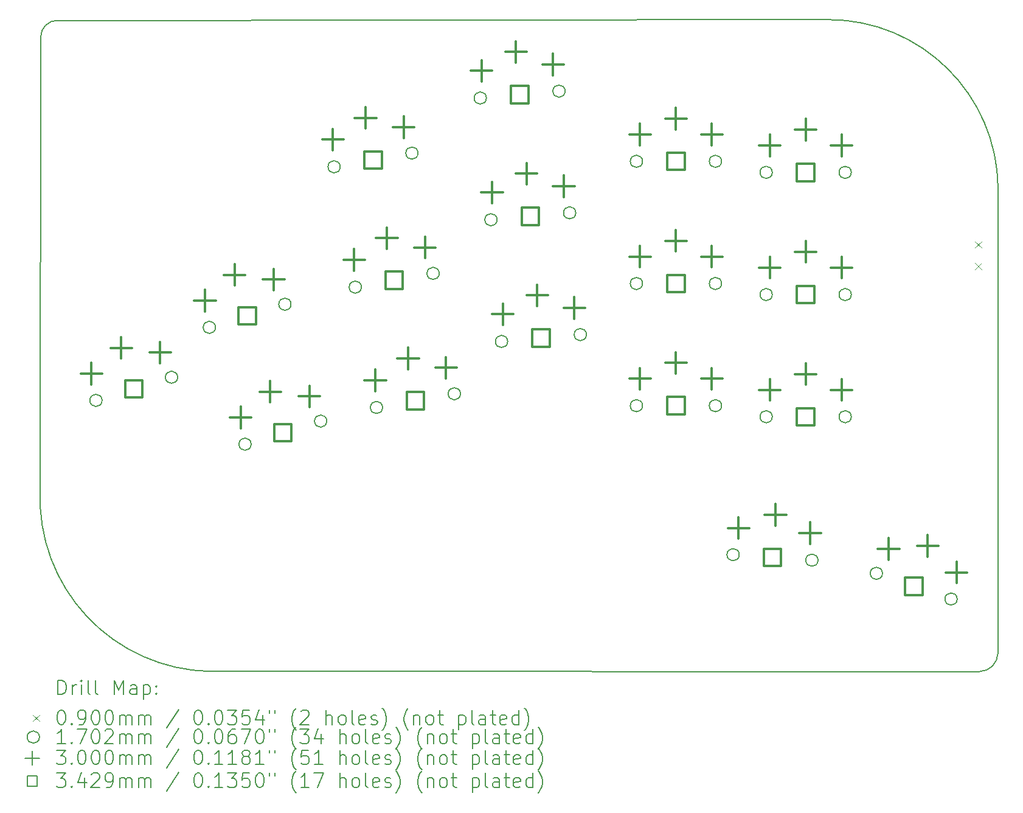
<source format=gbr>
%FSLAX45Y45*%
G04 Gerber Fmt 4.5, Leading zero omitted, Abs format (unit mm)*
G04 Created by KiCad (PCBNEW (6.0.4-0)) date 2022-06-10 10:13:33*
%MOMM*%
%LPD*%
G01*
G04 APERTURE LIST*
%TA.AperFunction,Profile*%
%ADD10C,0.150000*%
%TD*%
%ADD11C,0.200000*%
%ADD12C,0.090000*%
%ADD13C,0.170180*%
%ADD14C,0.300000*%
%ADD15C,0.342900*%
G04 APERTURE END LIST*
D10*
X13637800Y12447790D02*
X2904845Y12436755D01*
X2667000Y5892800D02*
X2676245Y12208155D01*
X16002000Y10109200D02*
G75*
G03*
X13637800Y12447790I-2364200J-25750D01*
G01*
X2667000Y5892800D02*
G75*
G03*
X5029200Y3379408I2415551J-96503D01*
G01*
X15742673Y3376991D02*
G75*
G03*
X16000102Y3632200I-3153J260619D01*
G01*
X16000102Y3632200D02*
X16002000Y10109200D01*
X15742673Y3376992D02*
X5029200Y3379408D01*
X2904845Y12436755D02*
G75*
G03*
X2676245Y12208155I0J-228600D01*
G01*
D11*
D12*
X15681900Y9360800D02*
X15771900Y9270800D01*
X15771900Y9360800D02*
X15681900Y9270800D01*
X15681900Y9060800D02*
X15771900Y8970800D01*
X15771900Y9060800D02*
X15681900Y8970800D01*
D13*
X3529287Y7149860D02*
G75*
G03*
X3529287Y7149860I-85090J0D01*
G01*
X4581222Y7471469D02*
G75*
G03*
X4581222Y7471469I-85090J0D01*
G01*
X5107762Y8166161D02*
G75*
G03*
X5107762Y8166161I-85090J0D01*
G01*
X5604794Y6540443D02*
G75*
G03*
X5604794Y6540443I-85090J0D01*
G01*
X6159697Y8487770D02*
G75*
G03*
X6159697Y8487770I-85090J0D01*
G01*
X6656729Y6862051D02*
G75*
G03*
X6656729Y6862051I-85090J0D01*
G01*
X6844198Y10399777D02*
G75*
G03*
X6844198Y10399777I-85090J0D01*
G01*
X7139399Y8725603D02*
G75*
G03*
X7139399Y8725603I-85090J0D01*
G01*
X7434601Y7051430D02*
G75*
G03*
X7434601Y7051430I-85090J0D01*
G01*
X7927486Y10590790D02*
G75*
G03*
X7927486Y10590790I-85090J0D01*
G01*
X8222688Y8916616D02*
G75*
G03*
X8222688Y8916616I-85090J0D01*
G01*
X8517890Y7242443D02*
G75*
G03*
X8517890Y7242443I-85090J0D01*
G01*
X8879532Y11357012D02*
G75*
G03*
X8879532Y11357012I-85090J0D01*
G01*
X9027696Y9663481D02*
G75*
G03*
X9027696Y9663481I-85090J0D01*
G01*
X9175861Y7969950D02*
G75*
G03*
X9175861Y7969950I-85090J0D01*
G01*
X9975346Y11452883D02*
G75*
G03*
X9975346Y11452883I-85090J0D01*
G01*
X10123510Y9759352D02*
G75*
G03*
X10123510Y9759352I-85090J0D01*
G01*
X10271675Y8065821D02*
G75*
G03*
X10271675Y8065821I-85090J0D01*
G01*
X11052799Y10476102D02*
G75*
G03*
X11052799Y10476102I-85090J0D01*
G01*
X11052799Y8776102D02*
G75*
G03*
X11052799Y8776102I-85090J0D01*
G01*
X11052799Y7076102D02*
G75*
G03*
X11052799Y7076102I-85090J0D01*
G01*
X12152799Y10476102D02*
G75*
G03*
X12152799Y10476102I-85090J0D01*
G01*
X12152799Y8776102D02*
G75*
G03*
X12152799Y8776102I-85090J0D01*
G01*
X12152799Y7076102D02*
G75*
G03*
X12152799Y7076102I-85090J0D01*
G01*
X12398539Y5003211D02*
G75*
G03*
X12398539Y5003211I-85090J0D01*
G01*
X12859345Y10322300D02*
G75*
G03*
X12859345Y10322300I-85090J0D01*
G01*
X12859345Y8622300D02*
G75*
G03*
X12859345Y8622300I-85090J0D01*
G01*
X12859345Y6922300D02*
G75*
G03*
X12859345Y6922300I-85090J0D01*
G01*
X13495859Y4926479D02*
G75*
G03*
X13495859Y4926479I-85090J0D01*
G01*
X13959345Y10322300D02*
G75*
G03*
X13959345Y10322300I-85090J0D01*
G01*
X13959345Y8622300D02*
G75*
G03*
X13959345Y8622300I-85090J0D01*
G01*
X13959345Y6922300D02*
G75*
G03*
X13959345Y6922300I-85090J0D01*
G01*
X14393378Y4743877D02*
G75*
G03*
X14393378Y4743877I-85090J0D01*
G01*
X15433448Y4385752D02*
G75*
G03*
X15433448Y4385752I-85090J0D01*
G01*
D14*
X3382372Y7673093D02*
X3382372Y7373093D01*
X3232372Y7523093D02*
X3532372Y7523093D01*
X3796203Y8029666D02*
X3796203Y7729666D01*
X3646203Y7879666D02*
X3946203Y7879666D01*
X4338677Y7965465D02*
X4338677Y7665465D01*
X4188677Y7815465D02*
X4488677Y7815465D01*
X4960848Y8689394D02*
X4960848Y8389394D01*
X4810848Y8539394D02*
X5110848Y8539394D01*
X5374678Y9045967D02*
X5374678Y8745967D01*
X5224678Y8895967D02*
X5524678Y8895967D01*
X5457880Y7063675D02*
X5457880Y6763675D01*
X5307880Y6913675D02*
X5607880Y6913675D01*
X5871710Y7420248D02*
X5871710Y7120248D01*
X5721710Y7270248D02*
X6021710Y7270248D01*
X5917152Y8981765D02*
X5917152Y8681765D01*
X5767152Y8831765D02*
X6067152Y8831765D01*
X6414184Y7356047D02*
X6414184Y7056047D01*
X6264184Y7206047D02*
X6564184Y7206047D01*
X6743230Y10927762D02*
X6743230Y10627762D01*
X6593230Y10777762D02*
X6893230Y10777762D01*
X7038432Y9253589D02*
X7038432Y8953589D01*
X6888432Y9103589D02*
X7188432Y9103589D01*
X7197431Y11231244D02*
X7197431Y10931244D01*
X7047431Y11081244D02*
X7347431Y11081244D01*
X7333634Y7579415D02*
X7333634Y7279415D01*
X7183634Y7429415D02*
X7483634Y7429415D01*
X7492633Y9557070D02*
X7492633Y9257070D01*
X7342633Y9407070D02*
X7642633Y9407070D01*
X7728038Y11101410D02*
X7728038Y10801410D01*
X7578038Y10951410D02*
X7878038Y10951410D01*
X7787835Y7882897D02*
X7787835Y7582897D01*
X7637835Y7732897D02*
X7937835Y7732897D01*
X8023240Y9427237D02*
X8023240Y9127237D01*
X7873240Y9277237D02*
X8173240Y9277237D01*
X8318441Y7753063D02*
X8318441Y7453063D01*
X8168441Y7603063D02*
X8468442Y7603063D01*
X8811568Y11884943D02*
X8811568Y11584943D01*
X8661568Y11734943D02*
X8961568Y11734943D01*
X8959733Y10191412D02*
X8959733Y9891412D01*
X8809733Y10041412D02*
X9109733Y10041412D01*
X9107897Y8497881D02*
X9107897Y8197881D01*
X8957897Y8347881D02*
X9257897Y8347881D01*
X9290491Y12147683D02*
X9290491Y11847683D01*
X9140491Y11997683D02*
X9440491Y11997683D01*
X9438656Y10454153D02*
X9438656Y10154153D01*
X9288656Y10304153D02*
X9588656Y10304153D01*
X9586820Y8760622D02*
X9586820Y8460622D01*
X9436820Y8610622D02*
X9736820Y8610622D01*
X9807763Y11972098D02*
X9807763Y11672098D01*
X9657763Y11822098D02*
X9957763Y11822098D01*
X9955927Y10278568D02*
X9955927Y9978568D01*
X9805927Y10128568D02*
X10105927Y10128568D01*
X10104092Y8585037D02*
X10104092Y8285036D01*
X9954092Y8435037D02*
X10254092Y8435037D01*
X11017709Y11001102D02*
X11017709Y10701102D01*
X10867709Y10851102D02*
X11167709Y10851102D01*
X11017709Y9301102D02*
X11017709Y9001102D01*
X10867709Y9151102D02*
X11167709Y9151102D01*
X11017709Y7601102D02*
X11017709Y7301102D01*
X10867709Y7451102D02*
X11167709Y7451102D01*
X11517709Y11221102D02*
X11517709Y10921102D01*
X11367709Y11071102D02*
X11667709Y11071102D01*
X11517709Y9521102D02*
X11517709Y9221102D01*
X11367709Y9371102D02*
X11667709Y9371102D01*
X11517709Y7821102D02*
X11517709Y7521102D01*
X11367709Y7671102D02*
X11667709Y7671102D01*
X12017709Y11001102D02*
X12017709Y10701102D01*
X11867709Y10851102D02*
X12167709Y10851102D01*
X12017709Y9301102D02*
X12017709Y9001102D01*
X11867709Y9151102D02*
X12167709Y9151102D01*
X12017709Y7601102D02*
X12017709Y7301102D01*
X11867709Y7451102D02*
X12167709Y7451102D01*
X12389486Y5523810D02*
X12389486Y5223810D01*
X12239486Y5373810D02*
X12539486Y5373810D01*
X12824255Y10847300D02*
X12824255Y10547300D01*
X12674255Y10697300D02*
X12974255Y10697300D01*
X12824255Y9147300D02*
X12824255Y8847300D01*
X12674255Y8997300D02*
X12974255Y8997300D01*
X12824255Y7447300D02*
X12824255Y7147300D01*
X12674255Y7297300D02*
X12974255Y7297300D01*
X12903614Y5708396D02*
X12903614Y5408396D01*
X12753614Y5558396D02*
X13053614Y5558396D01*
X13324255Y11067300D02*
X13324255Y10767300D01*
X13174255Y10917300D02*
X13474255Y10917300D01*
X13324255Y9367300D02*
X13324255Y9067300D01*
X13174255Y9217300D02*
X13474255Y9217300D01*
X13324255Y7667300D02*
X13324255Y7367300D01*
X13174255Y7517300D02*
X13474255Y7517300D01*
X13387050Y5454053D02*
X13387050Y5154053D01*
X13237050Y5304053D02*
X13537050Y5304053D01*
X13824255Y10847300D02*
X13824255Y10547300D01*
X13674255Y10697300D02*
X13974255Y10697300D01*
X13824255Y9147300D02*
X13824255Y8847300D01*
X13674255Y8997300D02*
X13974255Y8997300D01*
X13824255Y7447300D02*
X13824255Y7147300D01*
X13674255Y7297300D02*
X13974255Y7297300D01*
X14477652Y5232168D02*
X14477652Y4932168D01*
X14327652Y5082168D02*
X14627652Y5082168D01*
X15022036Y5277398D02*
X15022036Y4977398D01*
X14872036Y5127398D02*
X15172036Y5127398D01*
X15423171Y4906600D02*
X15423171Y4606600D01*
X15273171Y4756600D02*
X15573171Y4756600D01*
D15*
X4091399Y7189430D02*
X4091399Y7431899D01*
X3848930Y7431899D01*
X3848930Y7189430D01*
X4091399Y7189430D01*
X5669874Y8205731D02*
X5669874Y8448200D01*
X5427405Y8448200D01*
X5427405Y8205731D01*
X5669874Y8205731D01*
X6166906Y6580012D02*
X6166906Y6822482D01*
X5924437Y6822482D01*
X5924437Y6580012D01*
X6166906Y6580012D01*
X7421986Y10374048D02*
X7421986Y10616518D01*
X7179517Y10616518D01*
X7179517Y10374048D01*
X7421986Y10374048D01*
X7717188Y8699875D02*
X7717188Y8942344D01*
X7474719Y8942344D01*
X7474719Y8699875D01*
X7717188Y8699875D01*
X8012390Y7025702D02*
X8012390Y7268171D01*
X7769921Y7268171D01*
X7769921Y7025702D01*
X8012390Y7025702D01*
X9463583Y11283713D02*
X9463583Y11526182D01*
X9221114Y11526182D01*
X9221114Y11283713D01*
X9463583Y11283713D01*
X9611748Y9590182D02*
X9611748Y9832651D01*
X9369279Y9832651D01*
X9369279Y9590182D01*
X9611748Y9590182D01*
X9759913Y7896651D02*
X9759913Y8139120D01*
X9517444Y8139120D01*
X9517444Y7896651D01*
X9759913Y7896651D01*
X11638943Y10354867D02*
X11638943Y10597336D01*
X11396474Y10597336D01*
X11396474Y10354867D01*
X11638943Y10354867D01*
X11638943Y8654867D02*
X11638943Y8897336D01*
X11396474Y8897336D01*
X11396474Y8654867D01*
X11638943Y8654867D01*
X11638943Y6954867D02*
X11638943Y7197336D01*
X11396474Y7197336D01*
X11396474Y6954867D01*
X11638943Y6954867D01*
X12983344Y4843611D02*
X12983344Y5086080D01*
X12740874Y5086080D01*
X12740874Y4843611D01*
X12983344Y4843611D01*
X13445489Y10201065D02*
X13445489Y10443535D01*
X13203020Y10443535D01*
X13203020Y10201065D01*
X13445489Y10201065D01*
X13445489Y8501065D02*
X13445489Y8743535D01*
X13203020Y8743535D01*
X13203020Y8501065D01*
X13445489Y8501065D01*
X13445489Y6801065D02*
X13445489Y7043535D01*
X13203020Y7043535D01*
X13203020Y6801065D01*
X13445489Y6801065D01*
X14949558Y4443580D02*
X14949558Y4686049D01*
X14707089Y4686049D01*
X14707089Y4443580D01*
X14949558Y4443580D01*
D11*
X2915192Y3059016D02*
X2915192Y3259016D01*
X2962811Y3259016D01*
X2991383Y3249492D01*
X3010430Y3230444D01*
X3019954Y3211397D01*
X3029478Y3173301D01*
X3029478Y3144730D01*
X3019954Y3106635D01*
X3010430Y3087587D01*
X2991383Y3068539D01*
X2962811Y3059016D01*
X2915192Y3059016D01*
X3115192Y3059016D02*
X3115192Y3192349D01*
X3115192Y3154254D02*
X3124716Y3173301D01*
X3134240Y3182825D01*
X3153287Y3192349D01*
X3172335Y3192349D01*
X3239002Y3059016D02*
X3239002Y3192349D01*
X3239002Y3259016D02*
X3229478Y3249492D01*
X3239002Y3239968D01*
X3248526Y3249492D01*
X3239002Y3259016D01*
X3239002Y3239968D01*
X3362811Y3059016D02*
X3343764Y3068539D01*
X3334240Y3087587D01*
X3334240Y3259016D01*
X3467573Y3059016D02*
X3448526Y3068539D01*
X3439002Y3087587D01*
X3439002Y3259016D01*
X3696145Y3059016D02*
X3696145Y3259016D01*
X3762811Y3116158D01*
X3829478Y3259016D01*
X3829478Y3059016D01*
X4010430Y3059016D02*
X4010430Y3163778D01*
X4000907Y3182825D01*
X3981859Y3192349D01*
X3943764Y3192349D01*
X3924716Y3182825D01*
X4010430Y3068539D02*
X3991383Y3059016D01*
X3943764Y3059016D01*
X3924716Y3068539D01*
X3915192Y3087587D01*
X3915192Y3106635D01*
X3924716Y3125682D01*
X3943764Y3135206D01*
X3991383Y3135206D01*
X4010430Y3144730D01*
X4105668Y3192349D02*
X4105668Y2992349D01*
X4105668Y3182825D02*
X4124716Y3192349D01*
X4162811Y3192349D01*
X4181859Y3182825D01*
X4191383Y3173301D01*
X4200907Y3154254D01*
X4200907Y3097111D01*
X4191383Y3078063D01*
X4181859Y3068539D01*
X4162811Y3059016D01*
X4124716Y3059016D01*
X4105668Y3068539D01*
X4286621Y3078063D02*
X4296145Y3068539D01*
X4286621Y3059016D01*
X4277097Y3068539D01*
X4286621Y3078063D01*
X4286621Y3059016D01*
X4286621Y3182825D02*
X4296145Y3173301D01*
X4286621Y3163778D01*
X4277097Y3173301D01*
X4286621Y3182825D01*
X4286621Y3163778D01*
D12*
X2567573Y2774492D02*
X2657573Y2684492D01*
X2657573Y2774492D02*
X2567573Y2684492D01*
D11*
X2953287Y2839016D02*
X2972335Y2839016D01*
X2991383Y2829492D01*
X3000907Y2819968D01*
X3010430Y2800920D01*
X3019954Y2762825D01*
X3019954Y2715206D01*
X3010430Y2677111D01*
X3000907Y2658063D01*
X2991383Y2648540D01*
X2972335Y2639016D01*
X2953287Y2639016D01*
X2934240Y2648540D01*
X2924716Y2658063D01*
X2915192Y2677111D01*
X2905668Y2715206D01*
X2905668Y2762825D01*
X2915192Y2800920D01*
X2924716Y2819968D01*
X2934240Y2829492D01*
X2953287Y2839016D01*
X3105668Y2658063D02*
X3115192Y2648540D01*
X3105668Y2639016D01*
X3096145Y2648540D01*
X3105668Y2658063D01*
X3105668Y2639016D01*
X3210430Y2639016D02*
X3248526Y2639016D01*
X3267573Y2648540D01*
X3277097Y2658063D01*
X3296145Y2686635D01*
X3305668Y2724730D01*
X3305668Y2800920D01*
X3296145Y2819968D01*
X3286621Y2829492D01*
X3267573Y2839016D01*
X3229478Y2839016D01*
X3210430Y2829492D01*
X3200907Y2819968D01*
X3191383Y2800920D01*
X3191383Y2753301D01*
X3200907Y2734254D01*
X3210430Y2724730D01*
X3229478Y2715206D01*
X3267573Y2715206D01*
X3286621Y2724730D01*
X3296145Y2734254D01*
X3305668Y2753301D01*
X3429478Y2839016D02*
X3448526Y2839016D01*
X3467573Y2829492D01*
X3477097Y2819968D01*
X3486621Y2800920D01*
X3496145Y2762825D01*
X3496145Y2715206D01*
X3486621Y2677111D01*
X3477097Y2658063D01*
X3467573Y2648540D01*
X3448526Y2639016D01*
X3429478Y2639016D01*
X3410430Y2648540D01*
X3400907Y2658063D01*
X3391383Y2677111D01*
X3381859Y2715206D01*
X3381859Y2762825D01*
X3391383Y2800920D01*
X3400907Y2819968D01*
X3410430Y2829492D01*
X3429478Y2839016D01*
X3619954Y2839016D02*
X3639002Y2839016D01*
X3658049Y2829492D01*
X3667573Y2819968D01*
X3677097Y2800920D01*
X3686621Y2762825D01*
X3686621Y2715206D01*
X3677097Y2677111D01*
X3667573Y2658063D01*
X3658049Y2648540D01*
X3639002Y2639016D01*
X3619954Y2639016D01*
X3600907Y2648540D01*
X3591383Y2658063D01*
X3581859Y2677111D01*
X3572335Y2715206D01*
X3572335Y2762825D01*
X3581859Y2800920D01*
X3591383Y2819968D01*
X3600907Y2829492D01*
X3619954Y2839016D01*
X3772335Y2639016D02*
X3772335Y2772349D01*
X3772335Y2753301D02*
X3781859Y2762825D01*
X3800907Y2772349D01*
X3829478Y2772349D01*
X3848526Y2762825D01*
X3858049Y2743778D01*
X3858049Y2639016D01*
X3858049Y2743778D02*
X3867573Y2762825D01*
X3886621Y2772349D01*
X3915192Y2772349D01*
X3934240Y2762825D01*
X3943764Y2743778D01*
X3943764Y2639016D01*
X4039002Y2639016D02*
X4039002Y2772349D01*
X4039002Y2753301D02*
X4048526Y2762825D01*
X4067573Y2772349D01*
X4096145Y2772349D01*
X4115192Y2762825D01*
X4124716Y2743778D01*
X4124716Y2639016D01*
X4124716Y2743778D02*
X4134240Y2762825D01*
X4153287Y2772349D01*
X4181859Y2772349D01*
X4200907Y2762825D01*
X4210430Y2743778D01*
X4210430Y2639016D01*
X4600907Y2848539D02*
X4429478Y2591397D01*
X4858049Y2839016D02*
X4877097Y2839016D01*
X4896145Y2829492D01*
X4905669Y2819968D01*
X4915192Y2800920D01*
X4924716Y2762825D01*
X4924716Y2715206D01*
X4915192Y2677111D01*
X4905669Y2658063D01*
X4896145Y2648540D01*
X4877097Y2639016D01*
X4858049Y2639016D01*
X4839002Y2648540D01*
X4829478Y2658063D01*
X4819954Y2677111D01*
X4810430Y2715206D01*
X4810430Y2762825D01*
X4819954Y2800920D01*
X4829478Y2819968D01*
X4839002Y2829492D01*
X4858049Y2839016D01*
X5010430Y2658063D02*
X5019954Y2648540D01*
X5010430Y2639016D01*
X5000907Y2648540D01*
X5010430Y2658063D01*
X5010430Y2639016D01*
X5143764Y2839016D02*
X5162811Y2839016D01*
X5181859Y2829492D01*
X5191383Y2819968D01*
X5200907Y2800920D01*
X5210430Y2762825D01*
X5210430Y2715206D01*
X5200907Y2677111D01*
X5191383Y2658063D01*
X5181859Y2648540D01*
X5162811Y2639016D01*
X5143764Y2639016D01*
X5124716Y2648540D01*
X5115192Y2658063D01*
X5105669Y2677111D01*
X5096145Y2715206D01*
X5096145Y2762825D01*
X5105669Y2800920D01*
X5115192Y2819968D01*
X5124716Y2829492D01*
X5143764Y2839016D01*
X5277097Y2839016D02*
X5400907Y2839016D01*
X5334240Y2762825D01*
X5362811Y2762825D01*
X5381859Y2753301D01*
X5391383Y2743778D01*
X5400907Y2724730D01*
X5400907Y2677111D01*
X5391383Y2658063D01*
X5381859Y2648540D01*
X5362811Y2639016D01*
X5305669Y2639016D01*
X5286621Y2648540D01*
X5277097Y2658063D01*
X5581859Y2839016D02*
X5486621Y2839016D01*
X5477097Y2743778D01*
X5486621Y2753301D01*
X5505669Y2762825D01*
X5553288Y2762825D01*
X5572335Y2753301D01*
X5581859Y2743778D01*
X5591383Y2724730D01*
X5591383Y2677111D01*
X5581859Y2658063D01*
X5572335Y2648540D01*
X5553288Y2639016D01*
X5505669Y2639016D01*
X5486621Y2648540D01*
X5477097Y2658063D01*
X5762811Y2772349D02*
X5762811Y2639016D01*
X5715192Y2848539D02*
X5667573Y2705682D01*
X5791383Y2705682D01*
X5858049Y2839016D02*
X5858049Y2800920D01*
X5934240Y2839016D02*
X5934240Y2800920D01*
X6229478Y2562825D02*
X6219954Y2572349D01*
X6200907Y2600920D01*
X6191383Y2619968D01*
X6181859Y2648540D01*
X6172335Y2696159D01*
X6172335Y2734254D01*
X6181859Y2781873D01*
X6191383Y2810444D01*
X6200907Y2829492D01*
X6219954Y2858063D01*
X6229478Y2867587D01*
X6296145Y2819968D02*
X6305668Y2829492D01*
X6324716Y2839016D01*
X6372335Y2839016D01*
X6391383Y2829492D01*
X6400907Y2819968D01*
X6410430Y2800920D01*
X6410430Y2781873D01*
X6400907Y2753301D01*
X6286621Y2639016D01*
X6410430Y2639016D01*
X6648526Y2639016D02*
X6648526Y2839016D01*
X6734240Y2639016D02*
X6734240Y2743778D01*
X6724716Y2762825D01*
X6705668Y2772349D01*
X6677097Y2772349D01*
X6658049Y2762825D01*
X6648526Y2753301D01*
X6858049Y2639016D02*
X6839002Y2648540D01*
X6829478Y2658063D01*
X6819954Y2677111D01*
X6819954Y2734254D01*
X6829478Y2753301D01*
X6839002Y2762825D01*
X6858049Y2772349D01*
X6886621Y2772349D01*
X6905668Y2762825D01*
X6915192Y2753301D01*
X6924716Y2734254D01*
X6924716Y2677111D01*
X6915192Y2658063D01*
X6905668Y2648540D01*
X6886621Y2639016D01*
X6858049Y2639016D01*
X7039002Y2639016D02*
X7019954Y2648540D01*
X7010430Y2667587D01*
X7010430Y2839016D01*
X7191383Y2648540D02*
X7172335Y2639016D01*
X7134240Y2639016D01*
X7115192Y2648540D01*
X7105668Y2667587D01*
X7105668Y2743778D01*
X7115192Y2762825D01*
X7134240Y2772349D01*
X7172335Y2772349D01*
X7191383Y2762825D01*
X7200907Y2743778D01*
X7200907Y2724730D01*
X7105668Y2705682D01*
X7277097Y2648540D02*
X7296145Y2639016D01*
X7334240Y2639016D01*
X7353287Y2648540D01*
X7362811Y2667587D01*
X7362811Y2677111D01*
X7353287Y2696159D01*
X7334240Y2705682D01*
X7305668Y2705682D01*
X7286621Y2715206D01*
X7277097Y2734254D01*
X7277097Y2743778D01*
X7286621Y2762825D01*
X7305668Y2772349D01*
X7334240Y2772349D01*
X7353287Y2762825D01*
X7429478Y2562825D02*
X7439002Y2572349D01*
X7458049Y2600920D01*
X7467573Y2619968D01*
X7477097Y2648540D01*
X7486621Y2696159D01*
X7486621Y2734254D01*
X7477097Y2781873D01*
X7467573Y2810444D01*
X7458049Y2829492D01*
X7439002Y2858063D01*
X7429478Y2867587D01*
X7791383Y2562825D02*
X7781859Y2572349D01*
X7762811Y2600920D01*
X7753287Y2619968D01*
X7743764Y2648540D01*
X7734240Y2696159D01*
X7734240Y2734254D01*
X7743764Y2781873D01*
X7753287Y2810444D01*
X7762811Y2829492D01*
X7781859Y2858063D01*
X7791383Y2867587D01*
X7867573Y2772349D02*
X7867573Y2639016D01*
X7867573Y2753301D02*
X7877097Y2762825D01*
X7896145Y2772349D01*
X7924716Y2772349D01*
X7943764Y2762825D01*
X7953287Y2743778D01*
X7953287Y2639016D01*
X8077097Y2639016D02*
X8058049Y2648540D01*
X8048526Y2658063D01*
X8039002Y2677111D01*
X8039002Y2734254D01*
X8048526Y2753301D01*
X8058049Y2762825D01*
X8077097Y2772349D01*
X8105668Y2772349D01*
X8124716Y2762825D01*
X8134240Y2753301D01*
X8143764Y2734254D01*
X8143764Y2677111D01*
X8134240Y2658063D01*
X8124716Y2648540D01*
X8105668Y2639016D01*
X8077097Y2639016D01*
X8200907Y2772349D02*
X8277097Y2772349D01*
X8229478Y2839016D02*
X8229478Y2667587D01*
X8239002Y2648540D01*
X8258049Y2639016D01*
X8277097Y2639016D01*
X8496145Y2772349D02*
X8496145Y2572349D01*
X8496145Y2762825D02*
X8515192Y2772349D01*
X8553288Y2772349D01*
X8572335Y2762825D01*
X8581859Y2753301D01*
X8591383Y2734254D01*
X8591383Y2677111D01*
X8581859Y2658063D01*
X8572335Y2648540D01*
X8553288Y2639016D01*
X8515192Y2639016D01*
X8496145Y2648540D01*
X8705669Y2639016D02*
X8686621Y2648540D01*
X8677097Y2667587D01*
X8677097Y2839016D01*
X8867573Y2639016D02*
X8867573Y2743778D01*
X8858049Y2762825D01*
X8839002Y2772349D01*
X8800907Y2772349D01*
X8781859Y2762825D01*
X8867573Y2648540D02*
X8848526Y2639016D01*
X8800907Y2639016D01*
X8781859Y2648540D01*
X8772335Y2667587D01*
X8772335Y2686635D01*
X8781859Y2705682D01*
X8800907Y2715206D01*
X8848526Y2715206D01*
X8867573Y2724730D01*
X8934240Y2772349D02*
X9010430Y2772349D01*
X8962811Y2839016D02*
X8962811Y2667587D01*
X8972335Y2648540D01*
X8991383Y2639016D01*
X9010430Y2639016D01*
X9153288Y2648540D02*
X9134240Y2639016D01*
X9096145Y2639016D01*
X9077097Y2648540D01*
X9067573Y2667587D01*
X9067573Y2743778D01*
X9077097Y2762825D01*
X9096145Y2772349D01*
X9134240Y2772349D01*
X9153288Y2762825D01*
X9162811Y2743778D01*
X9162811Y2724730D01*
X9067573Y2705682D01*
X9334240Y2639016D02*
X9334240Y2839016D01*
X9334240Y2648540D02*
X9315192Y2639016D01*
X9277097Y2639016D01*
X9258049Y2648540D01*
X9248526Y2658063D01*
X9239002Y2677111D01*
X9239002Y2734254D01*
X9248526Y2753301D01*
X9258049Y2762825D01*
X9277097Y2772349D01*
X9315192Y2772349D01*
X9334240Y2762825D01*
X9410430Y2562825D02*
X9419954Y2572349D01*
X9439002Y2600920D01*
X9448526Y2619968D01*
X9458049Y2648540D01*
X9467573Y2696159D01*
X9467573Y2734254D01*
X9458049Y2781873D01*
X9448526Y2810444D01*
X9439002Y2829492D01*
X9419954Y2858063D01*
X9410430Y2867587D01*
D13*
X2657573Y2465492D02*
G75*
G03*
X2657573Y2465492I-85090J0D01*
G01*
D11*
X3019954Y2375016D02*
X2905668Y2375016D01*
X2962811Y2375016D02*
X2962811Y2575016D01*
X2943764Y2546444D01*
X2924716Y2527397D01*
X2905668Y2517873D01*
X3105668Y2394063D02*
X3115192Y2384540D01*
X3105668Y2375016D01*
X3096145Y2384540D01*
X3105668Y2394063D01*
X3105668Y2375016D01*
X3181859Y2575016D02*
X3315192Y2575016D01*
X3229478Y2375016D01*
X3429478Y2575016D02*
X3448526Y2575016D01*
X3467573Y2565492D01*
X3477097Y2555968D01*
X3486621Y2536920D01*
X3496145Y2498825D01*
X3496145Y2451206D01*
X3486621Y2413111D01*
X3477097Y2394063D01*
X3467573Y2384540D01*
X3448526Y2375016D01*
X3429478Y2375016D01*
X3410430Y2384540D01*
X3400907Y2394063D01*
X3391383Y2413111D01*
X3381859Y2451206D01*
X3381859Y2498825D01*
X3391383Y2536920D01*
X3400907Y2555968D01*
X3410430Y2565492D01*
X3429478Y2575016D01*
X3572335Y2555968D02*
X3581859Y2565492D01*
X3600907Y2575016D01*
X3648526Y2575016D01*
X3667573Y2565492D01*
X3677097Y2555968D01*
X3686621Y2536920D01*
X3686621Y2517873D01*
X3677097Y2489301D01*
X3562811Y2375016D01*
X3686621Y2375016D01*
X3772335Y2375016D02*
X3772335Y2508349D01*
X3772335Y2489301D02*
X3781859Y2498825D01*
X3800907Y2508349D01*
X3829478Y2508349D01*
X3848526Y2498825D01*
X3858049Y2479778D01*
X3858049Y2375016D01*
X3858049Y2479778D02*
X3867573Y2498825D01*
X3886621Y2508349D01*
X3915192Y2508349D01*
X3934240Y2498825D01*
X3943764Y2479778D01*
X3943764Y2375016D01*
X4039002Y2375016D02*
X4039002Y2508349D01*
X4039002Y2489301D02*
X4048526Y2498825D01*
X4067573Y2508349D01*
X4096145Y2508349D01*
X4115192Y2498825D01*
X4124716Y2479778D01*
X4124716Y2375016D01*
X4124716Y2479778D02*
X4134240Y2498825D01*
X4153287Y2508349D01*
X4181859Y2508349D01*
X4200907Y2498825D01*
X4210430Y2479778D01*
X4210430Y2375016D01*
X4600907Y2584540D02*
X4429478Y2327397D01*
X4858049Y2575016D02*
X4877097Y2575016D01*
X4896145Y2565492D01*
X4905669Y2555968D01*
X4915192Y2536920D01*
X4924716Y2498825D01*
X4924716Y2451206D01*
X4915192Y2413111D01*
X4905669Y2394063D01*
X4896145Y2384540D01*
X4877097Y2375016D01*
X4858049Y2375016D01*
X4839002Y2384540D01*
X4829478Y2394063D01*
X4819954Y2413111D01*
X4810430Y2451206D01*
X4810430Y2498825D01*
X4819954Y2536920D01*
X4829478Y2555968D01*
X4839002Y2565492D01*
X4858049Y2575016D01*
X5010430Y2394063D02*
X5019954Y2384540D01*
X5010430Y2375016D01*
X5000907Y2384540D01*
X5010430Y2394063D01*
X5010430Y2375016D01*
X5143764Y2575016D02*
X5162811Y2575016D01*
X5181859Y2565492D01*
X5191383Y2555968D01*
X5200907Y2536920D01*
X5210430Y2498825D01*
X5210430Y2451206D01*
X5200907Y2413111D01*
X5191383Y2394063D01*
X5181859Y2384540D01*
X5162811Y2375016D01*
X5143764Y2375016D01*
X5124716Y2384540D01*
X5115192Y2394063D01*
X5105669Y2413111D01*
X5096145Y2451206D01*
X5096145Y2498825D01*
X5105669Y2536920D01*
X5115192Y2555968D01*
X5124716Y2565492D01*
X5143764Y2575016D01*
X5381859Y2575016D02*
X5343764Y2575016D01*
X5324716Y2565492D01*
X5315192Y2555968D01*
X5296145Y2527397D01*
X5286621Y2489301D01*
X5286621Y2413111D01*
X5296145Y2394063D01*
X5305669Y2384540D01*
X5324716Y2375016D01*
X5362811Y2375016D01*
X5381859Y2384540D01*
X5391383Y2394063D01*
X5400907Y2413111D01*
X5400907Y2460730D01*
X5391383Y2479778D01*
X5381859Y2489301D01*
X5362811Y2498825D01*
X5324716Y2498825D01*
X5305669Y2489301D01*
X5296145Y2479778D01*
X5286621Y2460730D01*
X5467573Y2575016D02*
X5600907Y2575016D01*
X5515192Y2375016D01*
X5715192Y2575016D02*
X5734240Y2575016D01*
X5753287Y2565492D01*
X5762811Y2555968D01*
X5772335Y2536920D01*
X5781859Y2498825D01*
X5781859Y2451206D01*
X5772335Y2413111D01*
X5762811Y2394063D01*
X5753287Y2384540D01*
X5734240Y2375016D01*
X5715192Y2375016D01*
X5696145Y2384540D01*
X5686621Y2394063D01*
X5677097Y2413111D01*
X5667573Y2451206D01*
X5667573Y2498825D01*
X5677097Y2536920D01*
X5686621Y2555968D01*
X5696145Y2565492D01*
X5715192Y2575016D01*
X5858049Y2575016D02*
X5858049Y2536920D01*
X5934240Y2575016D02*
X5934240Y2536920D01*
X6229478Y2298825D02*
X6219954Y2308349D01*
X6200907Y2336920D01*
X6191383Y2355968D01*
X6181859Y2384540D01*
X6172335Y2432159D01*
X6172335Y2470254D01*
X6181859Y2517873D01*
X6191383Y2546444D01*
X6200907Y2565492D01*
X6219954Y2594063D01*
X6229478Y2603587D01*
X6286621Y2575016D02*
X6410430Y2575016D01*
X6343764Y2498825D01*
X6372335Y2498825D01*
X6391383Y2489301D01*
X6400907Y2479778D01*
X6410430Y2460730D01*
X6410430Y2413111D01*
X6400907Y2394063D01*
X6391383Y2384540D01*
X6372335Y2375016D01*
X6315192Y2375016D01*
X6296145Y2384540D01*
X6286621Y2394063D01*
X6581859Y2508349D02*
X6581859Y2375016D01*
X6534240Y2584540D02*
X6486621Y2441682D01*
X6610430Y2441682D01*
X6839002Y2375016D02*
X6839002Y2575016D01*
X6924716Y2375016D02*
X6924716Y2479778D01*
X6915192Y2498825D01*
X6896145Y2508349D01*
X6867573Y2508349D01*
X6848526Y2498825D01*
X6839002Y2489301D01*
X7048526Y2375016D02*
X7029478Y2384540D01*
X7019954Y2394063D01*
X7010430Y2413111D01*
X7010430Y2470254D01*
X7019954Y2489301D01*
X7029478Y2498825D01*
X7048526Y2508349D01*
X7077097Y2508349D01*
X7096145Y2498825D01*
X7105668Y2489301D01*
X7115192Y2470254D01*
X7115192Y2413111D01*
X7105668Y2394063D01*
X7096145Y2384540D01*
X7077097Y2375016D01*
X7048526Y2375016D01*
X7229478Y2375016D02*
X7210430Y2384540D01*
X7200907Y2403587D01*
X7200907Y2575016D01*
X7381859Y2384540D02*
X7362811Y2375016D01*
X7324716Y2375016D01*
X7305668Y2384540D01*
X7296145Y2403587D01*
X7296145Y2479778D01*
X7305668Y2498825D01*
X7324716Y2508349D01*
X7362811Y2508349D01*
X7381859Y2498825D01*
X7391383Y2479778D01*
X7391383Y2460730D01*
X7296145Y2441682D01*
X7467573Y2384540D02*
X7486621Y2375016D01*
X7524716Y2375016D01*
X7543764Y2384540D01*
X7553287Y2403587D01*
X7553287Y2413111D01*
X7543764Y2432159D01*
X7524716Y2441682D01*
X7496145Y2441682D01*
X7477097Y2451206D01*
X7467573Y2470254D01*
X7467573Y2479778D01*
X7477097Y2498825D01*
X7496145Y2508349D01*
X7524716Y2508349D01*
X7543764Y2498825D01*
X7619954Y2298825D02*
X7629478Y2308349D01*
X7648526Y2336920D01*
X7658049Y2355968D01*
X7667573Y2384540D01*
X7677097Y2432159D01*
X7677097Y2470254D01*
X7667573Y2517873D01*
X7658049Y2546444D01*
X7648526Y2565492D01*
X7629478Y2594063D01*
X7619954Y2603587D01*
X7981859Y2298825D02*
X7972335Y2308349D01*
X7953287Y2336920D01*
X7943764Y2355968D01*
X7934240Y2384540D01*
X7924716Y2432159D01*
X7924716Y2470254D01*
X7934240Y2517873D01*
X7943764Y2546444D01*
X7953287Y2565492D01*
X7972335Y2594063D01*
X7981859Y2603587D01*
X8058049Y2508349D02*
X8058049Y2375016D01*
X8058049Y2489301D02*
X8067573Y2498825D01*
X8086621Y2508349D01*
X8115192Y2508349D01*
X8134240Y2498825D01*
X8143764Y2479778D01*
X8143764Y2375016D01*
X8267573Y2375016D02*
X8248526Y2384540D01*
X8239002Y2394063D01*
X8229478Y2413111D01*
X8229478Y2470254D01*
X8239002Y2489301D01*
X8248526Y2498825D01*
X8267573Y2508349D01*
X8296145Y2508349D01*
X8315192Y2498825D01*
X8324716Y2489301D01*
X8334240Y2470254D01*
X8334240Y2413111D01*
X8324716Y2394063D01*
X8315192Y2384540D01*
X8296145Y2375016D01*
X8267573Y2375016D01*
X8391383Y2508349D02*
X8467573Y2508349D01*
X8419954Y2575016D02*
X8419954Y2403587D01*
X8429478Y2384540D01*
X8448526Y2375016D01*
X8467573Y2375016D01*
X8686621Y2508349D02*
X8686621Y2308349D01*
X8686621Y2498825D02*
X8705669Y2508349D01*
X8743764Y2508349D01*
X8762811Y2498825D01*
X8772335Y2489301D01*
X8781859Y2470254D01*
X8781859Y2413111D01*
X8772335Y2394063D01*
X8762811Y2384540D01*
X8743764Y2375016D01*
X8705669Y2375016D01*
X8686621Y2384540D01*
X8896145Y2375016D02*
X8877097Y2384540D01*
X8867573Y2403587D01*
X8867573Y2575016D01*
X9058049Y2375016D02*
X9058049Y2479778D01*
X9048526Y2498825D01*
X9029478Y2508349D01*
X8991383Y2508349D01*
X8972335Y2498825D01*
X9058049Y2384540D02*
X9039002Y2375016D01*
X8991383Y2375016D01*
X8972335Y2384540D01*
X8962811Y2403587D01*
X8962811Y2422635D01*
X8972335Y2441682D01*
X8991383Y2451206D01*
X9039002Y2451206D01*
X9058049Y2460730D01*
X9124716Y2508349D02*
X9200907Y2508349D01*
X9153288Y2575016D02*
X9153288Y2403587D01*
X9162811Y2384540D01*
X9181859Y2375016D01*
X9200907Y2375016D01*
X9343764Y2384540D02*
X9324716Y2375016D01*
X9286621Y2375016D01*
X9267573Y2384540D01*
X9258049Y2403587D01*
X9258049Y2479778D01*
X9267573Y2498825D01*
X9286621Y2508349D01*
X9324716Y2508349D01*
X9343764Y2498825D01*
X9353288Y2479778D01*
X9353288Y2460730D01*
X9258049Y2441682D01*
X9524716Y2375016D02*
X9524716Y2575016D01*
X9524716Y2384540D02*
X9505669Y2375016D01*
X9467573Y2375016D01*
X9448526Y2384540D01*
X9439002Y2394063D01*
X9429478Y2413111D01*
X9429478Y2470254D01*
X9439002Y2489301D01*
X9448526Y2498825D01*
X9467573Y2508349D01*
X9505669Y2508349D01*
X9524716Y2498825D01*
X9600907Y2298825D02*
X9610430Y2308349D01*
X9629478Y2336920D01*
X9639002Y2355968D01*
X9648526Y2384540D01*
X9658049Y2432159D01*
X9658049Y2470254D01*
X9648526Y2517873D01*
X9639002Y2546444D01*
X9629478Y2565492D01*
X9610430Y2594063D01*
X9600907Y2603587D01*
X2557573Y2275312D02*
X2557573Y2075312D01*
X2457573Y2175312D02*
X2657573Y2175312D01*
X2896145Y2284836D02*
X3019954Y2284836D01*
X2953287Y2208645D01*
X2981859Y2208645D01*
X3000907Y2199121D01*
X3010430Y2189598D01*
X3019954Y2170550D01*
X3019954Y2122931D01*
X3010430Y2103883D01*
X3000907Y2094359D01*
X2981859Y2084836D01*
X2924716Y2084836D01*
X2905668Y2094359D01*
X2896145Y2103883D01*
X3105668Y2103883D02*
X3115192Y2094359D01*
X3105668Y2084836D01*
X3096145Y2094359D01*
X3105668Y2103883D01*
X3105668Y2084836D01*
X3239002Y2284836D02*
X3258049Y2284836D01*
X3277097Y2275312D01*
X3286621Y2265788D01*
X3296145Y2246740D01*
X3305668Y2208645D01*
X3305668Y2161026D01*
X3296145Y2122931D01*
X3286621Y2103883D01*
X3277097Y2094359D01*
X3258049Y2084836D01*
X3239002Y2084836D01*
X3219954Y2094359D01*
X3210430Y2103883D01*
X3200907Y2122931D01*
X3191383Y2161026D01*
X3191383Y2208645D01*
X3200907Y2246740D01*
X3210430Y2265788D01*
X3219954Y2275312D01*
X3239002Y2284836D01*
X3429478Y2284836D02*
X3448526Y2284836D01*
X3467573Y2275312D01*
X3477097Y2265788D01*
X3486621Y2246740D01*
X3496145Y2208645D01*
X3496145Y2161026D01*
X3486621Y2122931D01*
X3477097Y2103883D01*
X3467573Y2094359D01*
X3448526Y2084836D01*
X3429478Y2084836D01*
X3410430Y2094359D01*
X3400907Y2103883D01*
X3391383Y2122931D01*
X3381859Y2161026D01*
X3381859Y2208645D01*
X3391383Y2246740D01*
X3400907Y2265788D01*
X3410430Y2275312D01*
X3429478Y2284836D01*
X3619954Y2284836D02*
X3639002Y2284836D01*
X3658049Y2275312D01*
X3667573Y2265788D01*
X3677097Y2246740D01*
X3686621Y2208645D01*
X3686621Y2161026D01*
X3677097Y2122931D01*
X3667573Y2103883D01*
X3658049Y2094359D01*
X3639002Y2084836D01*
X3619954Y2084836D01*
X3600907Y2094359D01*
X3591383Y2103883D01*
X3581859Y2122931D01*
X3572335Y2161026D01*
X3572335Y2208645D01*
X3581859Y2246740D01*
X3591383Y2265788D01*
X3600907Y2275312D01*
X3619954Y2284836D01*
X3772335Y2084836D02*
X3772335Y2218169D01*
X3772335Y2199121D02*
X3781859Y2208645D01*
X3800907Y2218169D01*
X3829478Y2218169D01*
X3848526Y2208645D01*
X3858049Y2189598D01*
X3858049Y2084836D01*
X3858049Y2189598D02*
X3867573Y2208645D01*
X3886621Y2218169D01*
X3915192Y2218169D01*
X3934240Y2208645D01*
X3943764Y2189598D01*
X3943764Y2084836D01*
X4039002Y2084836D02*
X4039002Y2218169D01*
X4039002Y2199121D02*
X4048526Y2208645D01*
X4067573Y2218169D01*
X4096145Y2218169D01*
X4115192Y2208645D01*
X4124716Y2189598D01*
X4124716Y2084836D01*
X4124716Y2189598D02*
X4134240Y2208645D01*
X4153287Y2218169D01*
X4181859Y2218169D01*
X4200907Y2208645D01*
X4210430Y2189598D01*
X4210430Y2084836D01*
X4600907Y2294360D02*
X4429478Y2037217D01*
X4858049Y2284836D02*
X4877097Y2284836D01*
X4896145Y2275312D01*
X4905669Y2265788D01*
X4915192Y2246740D01*
X4924716Y2208645D01*
X4924716Y2161026D01*
X4915192Y2122931D01*
X4905669Y2103883D01*
X4896145Y2094359D01*
X4877097Y2084836D01*
X4858049Y2084836D01*
X4839002Y2094359D01*
X4829478Y2103883D01*
X4819954Y2122931D01*
X4810430Y2161026D01*
X4810430Y2208645D01*
X4819954Y2246740D01*
X4829478Y2265788D01*
X4839002Y2275312D01*
X4858049Y2284836D01*
X5010430Y2103883D02*
X5019954Y2094359D01*
X5010430Y2084836D01*
X5000907Y2094359D01*
X5010430Y2103883D01*
X5010430Y2084836D01*
X5210430Y2084836D02*
X5096145Y2084836D01*
X5153288Y2084836D02*
X5153288Y2284836D01*
X5134240Y2256264D01*
X5115192Y2237217D01*
X5096145Y2227693D01*
X5400907Y2084836D02*
X5286621Y2084836D01*
X5343764Y2084836D02*
X5343764Y2284836D01*
X5324716Y2256264D01*
X5305669Y2237217D01*
X5286621Y2227693D01*
X5515192Y2199121D02*
X5496145Y2208645D01*
X5486621Y2218169D01*
X5477097Y2237217D01*
X5477097Y2246740D01*
X5486621Y2265788D01*
X5496145Y2275312D01*
X5515192Y2284836D01*
X5553288Y2284836D01*
X5572335Y2275312D01*
X5581859Y2265788D01*
X5591383Y2246740D01*
X5591383Y2237217D01*
X5581859Y2218169D01*
X5572335Y2208645D01*
X5553288Y2199121D01*
X5515192Y2199121D01*
X5496145Y2189598D01*
X5486621Y2180074D01*
X5477097Y2161026D01*
X5477097Y2122931D01*
X5486621Y2103883D01*
X5496145Y2094359D01*
X5515192Y2084836D01*
X5553288Y2084836D01*
X5572335Y2094359D01*
X5581859Y2103883D01*
X5591383Y2122931D01*
X5591383Y2161026D01*
X5581859Y2180074D01*
X5572335Y2189598D01*
X5553288Y2199121D01*
X5781859Y2084836D02*
X5667573Y2084836D01*
X5724716Y2084836D02*
X5724716Y2284836D01*
X5705668Y2256264D01*
X5686621Y2237217D01*
X5667573Y2227693D01*
X5858049Y2284836D02*
X5858049Y2246740D01*
X5934240Y2284836D02*
X5934240Y2246740D01*
X6229478Y2008645D02*
X6219954Y2018169D01*
X6200907Y2046740D01*
X6191383Y2065788D01*
X6181859Y2094359D01*
X6172335Y2141979D01*
X6172335Y2180074D01*
X6181859Y2227693D01*
X6191383Y2256264D01*
X6200907Y2275312D01*
X6219954Y2303883D01*
X6229478Y2313407D01*
X6400907Y2284836D02*
X6305668Y2284836D01*
X6296145Y2189598D01*
X6305668Y2199121D01*
X6324716Y2208645D01*
X6372335Y2208645D01*
X6391383Y2199121D01*
X6400907Y2189598D01*
X6410430Y2170550D01*
X6410430Y2122931D01*
X6400907Y2103883D01*
X6391383Y2094359D01*
X6372335Y2084836D01*
X6324716Y2084836D01*
X6305668Y2094359D01*
X6296145Y2103883D01*
X6600907Y2084836D02*
X6486621Y2084836D01*
X6543764Y2084836D02*
X6543764Y2284836D01*
X6524716Y2256264D01*
X6505668Y2237217D01*
X6486621Y2227693D01*
X6839002Y2084836D02*
X6839002Y2284836D01*
X6924716Y2084836D02*
X6924716Y2189598D01*
X6915192Y2208645D01*
X6896145Y2218169D01*
X6867573Y2218169D01*
X6848526Y2208645D01*
X6839002Y2199121D01*
X7048526Y2084836D02*
X7029478Y2094359D01*
X7019954Y2103883D01*
X7010430Y2122931D01*
X7010430Y2180074D01*
X7019954Y2199121D01*
X7029478Y2208645D01*
X7048526Y2218169D01*
X7077097Y2218169D01*
X7096145Y2208645D01*
X7105668Y2199121D01*
X7115192Y2180074D01*
X7115192Y2122931D01*
X7105668Y2103883D01*
X7096145Y2094359D01*
X7077097Y2084836D01*
X7048526Y2084836D01*
X7229478Y2084836D02*
X7210430Y2094359D01*
X7200907Y2113407D01*
X7200907Y2284836D01*
X7381859Y2094359D02*
X7362811Y2084836D01*
X7324716Y2084836D01*
X7305668Y2094359D01*
X7296145Y2113407D01*
X7296145Y2189598D01*
X7305668Y2208645D01*
X7324716Y2218169D01*
X7362811Y2218169D01*
X7381859Y2208645D01*
X7391383Y2189598D01*
X7391383Y2170550D01*
X7296145Y2151502D01*
X7467573Y2094359D02*
X7486621Y2084836D01*
X7524716Y2084836D01*
X7543764Y2094359D01*
X7553287Y2113407D01*
X7553287Y2122931D01*
X7543764Y2141979D01*
X7524716Y2151502D01*
X7496145Y2151502D01*
X7477097Y2161026D01*
X7467573Y2180074D01*
X7467573Y2189598D01*
X7477097Y2208645D01*
X7496145Y2218169D01*
X7524716Y2218169D01*
X7543764Y2208645D01*
X7619954Y2008645D02*
X7629478Y2018169D01*
X7648526Y2046740D01*
X7658049Y2065788D01*
X7667573Y2094359D01*
X7677097Y2141979D01*
X7677097Y2180074D01*
X7667573Y2227693D01*
X7658049Y2256264D01*
X7648526Y2275312D01*
X7629478Y2303883D01*
X7619954Y2313407D01*
X7981859Y2008645D02*
X7972335Y2018169D01*
X7953287Y2046740D01*
X7943764Y2065788D01*
X7934240Y2094359D01*
X7924716Y2141979D01*
X7924716Y2180074D01*
X7934240Y2227693D01*
X7943764Y2256264D01*
X7953287Y2275312D01*
X7972335Y2303883D01*
X7981859Y2313407D01*
X8058049Y2218169D02*
X8058049Y2084836D01*
X8058049Y2199121D02*
X8067573Y2208645D01*
X8086621Y2218169D01*
X8115192Y2218169D01*
X8134240Y2208645D01*
X8143764Y2189598D01*
X8143764Y2084836D01*
X8267573Y2084836D02*
X8248526Y2094359D01*
X8239002Y2103883D01*
X8229478Y2122931D01*
X8229478Y2180074D01*
X8239002Y2199121D01*
X8248526Y2208645D01*
X8267573Y2218169D01*
X8296145Y2218169D01*
X8315192Y2208645D01*
X8324716Y2199121D01*
X8334240Y2180074D01*
X8334240Y2122931D01*
X8324716Y2103883D01*
X8315192Y2094359D01*
X8296145Y2084836D01*
X8267573Y2084836D01*
X8391383Y2218169D02*
X8467573Y2218169D01*
X8419954Y2284836D02*
X8419954Y2113407D01*
X8429478Y2094359D01*
X8448526Y2084836D01*
X8467573Y2084836D01*
X8686621Y2218169D02*
X8686621Y2018169D01*
X8686621Y2208645D02*
X8705669Y2218169D01*
X8743764Y2218169D01*
X8762811Y2208645D01*
X8772335Y2199121D01*
X8781859Y2180074D01*
X8781859Y2122931D01*
X8772335Y2103883D01*
X8762811Y2094359D01*
X8743764Y2084836D01*
X8705669Y2084836D01*
X8686621Y2094359D01*
X8896145Y2084836D02*
X8877097Y2094359D01*
X8867573Y2113407D01*
X8867573Y2284836D01*
X9058049Y2084836D02*
X9058049Y2189598D01*
X9048526Y2208645D01*
X9029478Y2218169D01*
X8991383Y2218169D01*
X8972335Y2208645D01*
X9058049Y2094359D02*
X9039002Y2084836D01*
X8991383Y2084836D01*
X8972335Y2094359D01*
X8962811Y2113407D01*
X8962811Y2132455D01*
X8972335Y2151502D01*
X8991383Y2161026D01*
X9039002Y2161026D01*
X9058049Y2170550D01*
X9124716Y2218169D02*
X9200907Y2218169D01*
X9153288Y2284836D02*
X9153288Y2113407D01*
X9162811Y2094359D01*
X9181859Y2084836D01*
X9200907Y2084836D01*
X9343764Y2094359D02*
X9324716Y2084836D01*
X9286621Y2084836D01*
X9267573Y2094359D01*
X9258049Y2113407D01*
X9258049Y2189598D01*
X9267573Y2208645D01*
X9286621Y2218169D01*
X9324716Y2218169D01*
X9343764Y2208645D01*
X9353288Y2189598D01*
X9353288Y2170550D01*
X9258049Y2151502D01*
X9524716Y2084836D02*
X9524716Y2284836D01*
X9524716Y2094359D02*
X9505669Y2084836D01*
X9467573Y2084836D01*
X9448526Y2094359D01*
X9439002Y2103883D01*
X9429478Y2122931D01*
X9429478Y2180074D01*
X9439002Y2199121D01*
X9448526Y2208645D01*
X9467573Y2218169D01*
X9505669Y2218169D01*
X9524716Y2208645D01*
X9600907Y2008645D02*
X9610430Y2018169D01*
X9629478Y2046740D01*
X9639002Y2065788D01*
X9648526Y2094359D01*
X9658049Y2141979D01*
X9658049Y2180074D01*
X9648526Y2227693D01*
X9639002Y2256264D01*
X9629478Y2275312D01*
X9610430Y2303883D01*
X9600907Y2313407D01*
X2628285Y1784600D02*
X2628285Y1926023D01*
X2486862Y1926023D01*
X2486862Y1784600D01*
X2628285Y1784600D01*
X2896145Y1964836D02*
X3019954Y1964836D01*
X2953287Y1888645D01*
X2981859Y1888645D01*
X3000907Y1879121D01*
X3010430Y1869598D01*
X3019954Y1850550D01*
X3019954Y1802931D01*
X3010430Y1783883D01*
X3000907Y1774359D01*
X2981859Y1764836D01*
X2924716Y1764836D01*
X2905668Y1774359D01*
X2896145Y1783883D01*
X3105668Y1783883D02*
X3115192Y1774359D01*
X3105668Y1764836D01*
X3096145Y1774359D01*
X3105668Y1783883D01*
X3105668Y1764836D01*
X3286621Y1898169D02*
X3286621Y1764836D01*
X3239002Y1974359D02*
X3191383Y1831502D01*
X3315192Y1831502D01*
X3381859Y1945788D02*
X3391383Y1955312D01*
X3410430Y1964836D01*
X3458049Y1964836D01*
X3477097Y1955312D01*
X3486621Y1945788D01*
X3496145Y1926740D01*
X3496145Y1907693D01*
X3486621Y1879121D01*
X3372335Y1764836D01*
X3496145Y1764836D01*
X3591383Y1764836D02*
X3629478Y1764836D01*
X3648526Y1774359D01*
X3658049Y1783883D01*
X3677097Y1812455D01*
X3686621Y1850550D01*
X3686621Y1926740D01*
X3677097Y1945788D01*
X3667573Y1955312D01*
X3648526Y1964836D01*
X3610430Y1964836D01*
X3591383Y1955312D01*
X3581859Y1945788D01*
X3572335Y1926740D01*
X3572335Y1879121D01*
X3581859Y1860074D01*
X3591383Y1850550D01*
X3610430Y1841026D01*
X3648526Y1841026D01*
X3667573Y1850550D01*
X3677097Y1860074D01*
X3686621Y1879121D01*
X3772335Y1764836D02*
X3772335Y1898169D01*
X3772335Y1879121D02*
X3781859Y1888645D01*
X3800907Y1898169D01*
X3829478Y1898169D01*
X3848526Y1888645D01*
X3858049Y1869598D01*
X3858049Y1764836D01*
X3858049Y1869598D02*
X3867573Y1888645D01*
X3886621Y1898169D01*
X3915192Y1898169D01*
X3934240Y1888645D01*
X3943764Y1869598D01*
X3943764Y1764836D01*
X4039002Y1764836D02*
X4039002Y1898169D01*
X4039002Y1879121D02*
X4048526Y1888645D01*
X4067573Y1898169D01*
X4096145Y1898169D01*
X4115192Y1888645D01*
X4124716Y1869598D01*
X4124716Y1764836D01*
X4124716Y1869598D02*
X4134240Y1888645D01*
X4153287Y1898169D01*
X4181859Y1898169D01*
X4200907Y1888645D01*
X4210430Y1869598D01*
X4210430Y1764836D01*
X4600907Y1974359D02*
X4429478Y1717217D01*
X4858049Y1964836D02*
X4877097Y1964836D01*
X4896145Y1955312D01*
X4905669Y1945788D01*
X4915192Y1926740D01*
X4924716Y1888645D01*
X4924716Y1841026D01*
X4915192Y1802931D01*
X4905669Y1783883D01*
X4896145Y1774359D01*
X4877097Y1764836D01*
X4858049Y1764836D01*
X4839002Y1774359D01*
X4829478Y1783883D01*
X4819954Y1802931D01*
X4810430Y1841026D01*
X4810430Y1888645D01*
X4819954Y1926740D01*
X4829478Y1945788D01*
X4839002Y1955312D01*
X4858049Y1964836D01*
X5010430Y1783883D02*
X5019954Y1774359D01*
X5010430Y1764836D01*
X5000907Y1774359D01*
X5010430Y1783883D01*
X5010430Y1764836D01*
X5210430Y1764836D02*
X5096145Y1764836D01*
X5153288Y1764836D02*
X5153288Y1964836D01*
X5134240Y1936264D01*
X5115192Y1917217D01*
X5096145Y1907693D01*
X5277097Y1964836D02*
X5400907Y1964836D01*
X5334240Y1888645D01*
X5362811Y1888645D01*
X5381859Y1879121D01*
X5391383Y1869598D01*
X5400907Y1850550D01*
X5400907Y1802931D01*
X5391383Y1783883D01*
X5381859Y1774359D01*
X5362811Y1764836D01*
X5305669Y1764836D01*
X5286621Y1774359D01*
X5277097Y1783883D01*
X5581859Y1964836D02*
X5486621Y1964836D01*
X5477097Y1869598D01*
X5486621Y1879121D01*
X5505669Y1888645D01*
X5553288Y1888645D01*
X5572335Y1879121D01*
X5581859Y1869598D01*
X5591383Y1850550D01*
X5591383Y1802931D01*
X5581859Y1783883D01*
X5572335Y1774359D01*
X5553288Y1764836D01*
X5505669Y1764836D01*
X5486621Y1774359D01*
X5477097Y1783883D01*
X5715192Y1964836D02*
X5734240Y1964836D01*
X5753287Y1955312D01*
X5762811Y1945788D01*
X5772335Y1926740D01*
X5781859Y1888645D01*
X5781859Y1841026D01*
X5772335Y1802931D01*
X5762811Y1783883D01*
X5753287Y1774359D01*
X5734240Y1764836D01*
X5715192Y1764836D01*
X5696145Y1774359D01*
X5686621Y1783883D01*
X5677097Y1802931D01*
X5667573Y1841026D01*
X5667573Y1888645D01*
X5677097Y1926740D01*
X5686621Y1945788D01*
X5696145Y1955312D01*
X5715192Y1964836D01*
X5858049Y1964836D02*
X5858049Y1926740D01*
X5934240Y1964836D02*
X5934240Y1926740D01*
X6229478Y1688645D02*
X6219954Y1698169D01*
X6200907Y1726740D01*
X6191383Y1745788D01*
X6181859Y1774359D01*
X6172335Y1821978D01*
X6172335Y1860074D01*
X6181859Y1907693D01*
X6191383Y1936264D01*
X6200907Y1955312D01*
X6219954Y1983883D01*
X6229478Y1993407D01*
X6410430Y1764836D02*
X6296145Y1764836D01*
X6353287Y1764836D02*
X6353287Y1964836D01*
X6334240Y1936264D01*
X6315192Y1917217D01*
X6296145Y1907693D01*
X6477097Y1964836D02*
X6610430Y1964836D01*
X6524716Y1764836D01*
X6839002Y1764836D02*
X6839002Y1964836D01*
X6924716Y1764836D02*
X6924716Y1869598D01*
X6915192Y1888645D01*
X6896145Y1898169D01*
X6867573Y1898169D01*
X6848526Y1888645D01*
X6839002Y1879121D01*
X7048526Y1764836D02*
X7029478Y1774359D01*
X7019954Y1783883D01*
X7010430Y1802931D01*
X7010430Y1860074D01*
X7019954Y1879121D01*
X7029478Y1888645D01*
X7048526Y1898169D01*
X7077097Y1898169D01*
X7096145Y1888645D01*
X7105668Y1879121D01*
X7115192Y1860074D01*
X7115192Y1802931D01*
X7105668Y1783883D01*
X7096145Y1774359D01*
X7077097Y1764836D01*
X7048526Y1764836D01*
X7229478Y1764836D02*
X7210430Y1774359D01*
X7200907Y1793407D01*
X7200907Y1964836D01*
X7381859Y1774359D02*
X7362811Y1764836D01*
X7324716Y1764836D01*
X7305668Y1774359D01*
X7296145Y1793407D01*
X7296145Y1869598D01*
X7305668Y1888645D01*
X7324716Y1898169D01*
X7362811Y1898169D01*
X7381859Y1888645D01*
X7391383Y1869598D01*
X7391383Y1850550D01*
X7296145Y1831502D01*
X7467573Y1774359D02*
X7486621Y1764836D01*
X7524716Y1764836D01*
X7543764Y1774359D01*
X7553287Y1793407D01*
X7553287Y1802931D01*
X7543764Y1821978D01*
X7524716Y1831502D01*
X7496145Y1831502D01*
X7477097Y1841026D01*
X7467573Y1860074D01*
X7467573Y1869598D01*
X7477097Y1888645D01*
X7496145Y1898169D01*
X7524716Y1898169D01*
X7543764Y1888645D01*
X7619954Y1688645D02*
X7629478Y1698169D01*
X7648526Y1726740D01*
X7658049Y1745788D01*
X7667573Y1774359D01*
X7677097Y1821978D01*
X7677097Y1860074D01*
X7667573Y1907693D01*
X7658049Y1936264D01*
X7648526Y1955312D01*
X7629478Y1983883D01*
X7619954Y1993407D01*
X7981859Y1688645D02*
X7972335Y1698169D01*
X7953287Y1726740D01*
X7943764Y1745788D01*
X7934240Y1774359D01*
X7924716Y1821978D01*
X7924716Y1860074D01*
X7934240Y1907693D01*
X7943764Y1936264D01*
X7953287Y1955312D01*
X7972335Y1983883D01*
X7981859Y1993407D01*
X8058049Y1898169D02*
X8058049Y1764836D01*
X8058049Y1879121D02*
X8067573Y1888645D01*
X8086621Y1898169D01*
X8115192Y1898169D01*
X8134240Y1888645D01*
X8143764Y1869598D01*
X8143764Y1764836D01*
X8267573Y1764836D02*
X8248526Y1774359D01*
X8239002Y1783883D01*
X8229478Y1802931D01*
X8229478Y1860074D01*
X8239002Y1879121D01*
X8248526Y1888645D01*
X8267573Y1898169D01*
X8296145Y1898169D01*
X8315192Y1888645D01*
X8324716Y1879121D01*
X8334240Y1860074D01*
X8334240Y1802931D01*
X8324716Y1783883D01*
X8315192Y1774359D01*
X8296145Y1764836D01*
X8267573Y1764836D01*
X8391383Y1898169D02*
X8467573Y1898169D01*
X8419954Y1964836D02*
X8419954Y1793407D01*
X8429478Y1774359D01*
X8448526Y1764836D01*
X8467573Y1764836D01*
X8686621Y1898169D02*
X8686621Y1698169D01*
X8686621Y1888645D02*
X8705669Y1898169D01*
X8743764Y1898169D01*
X8762811Y1888645D01*
X8772335Y1879121D01*
X8781859Y1860074D01*
X8781859Y1802931D01*
X8772335Y1783883D01*
X8762811Y1774359D01*
X8743764Y1764836D01*
X8705669Y1764836D01*
X8686621Y1774359D01*
X8896145Y1764836D02*
X8877097Y1774359D01*
X8867573Y1793407D01*
X8867573Y1964836D01*
X9058049Y1764836D02*
X9058049Y1869598D01*
X9048526Y1888645D01*
X9029478Y1898169D01*
X8991383Y1898169D01*
X8972335Y1888645D01*
X9058049Y1774359D02*
X9039002Y1764836D01*
X8991383Y1764836D01*
X8972335Y1774359D01*
X8962811Y1793407D01*
X8962811Y1812455D01*
X8972335Y1831502D01*
X8991383Y1841026D01*
X9039002Y1841026D01*
X9058049Y1850550D01*
X9124716Y1898169D02*
X9200907Y1898169D01*
X9153288Y1964836D02*
X9153288Y1793407D01*
X9162811Y1774359D01*
X9181859Y1764836D01*
X9200907Y1764836D01*
X9343764Y1774359D02*
X9324716Y1764836D01*
X9286621Y1764836D01*
X9267573Y1774359D01*
X9258049Y1793407D01*
X9258049Y1869598D01*
X9267573Y1888645D01*
X9286621Y1898169D01*
X9324716Y1898169D01*
X9343764Y1888645D01*
X9353288Y1869598D01*
X9353288Y1850550D01*
X9258049Y1831502D01*
X9524716Y1764836D02*
X9524716Y1964836D01*
X9524716Y1774359D02*
X9505669Y1764836D01*
X9467573Y1764836D01*
X9448526Y1774359D01*
X9439002Y1783883D01*
X9429478Y1802931D01*
X9429478Y1860074D01*
X9439002Y1879121D01*
X9448526Y1888645D01*
X9467573Y1898169D01*
X9505669Y1898169D01*
X9524716Y1888645D01*
X9600907Y1688645D02*
X9610430Y1698169D01*
X9629478Y1726740D01*
X9639002Y1745788D01*
X9648526Y1774359D01*
X9658049Y1821978D01*
X9658049Y1860074D01*
X9648526Y1907693D01*
X9639002Y1936264D01*
X9629478Y1955312D01*
X9610430Y1983883D01*
X9600907Y1993407D01*
M02*

</source>
